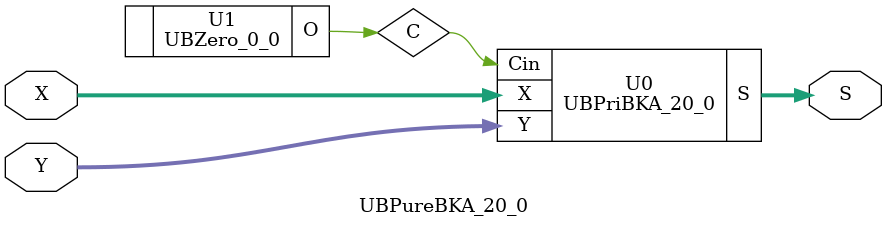
<source format=v>
/*----------------------------------------------------------------------------
  Copyright (c) 2021 Homma laboratory. All rights reserved.

  Top module: UBBKA_20_0_20_0

  Operand-1 length: 21
  Operand-2 length: 21
  Two-operand addition algorithm: Brent-Kung adder
----------------------------------------------------------------------------*/

module GPGenerator(Go, Po, A, B);
  output Go;
  output Po;
  input A;
  input B;
  assign Go = A & B;
  assign Po = A ^ B;
endmodule

module CarryOperator(Go, Po, Gi1, Pi1, Gi2, Pi2);
  output Go;
  output Po;
  input Gi1;
  input Gi2;
  input Pi1;
  input Pi2;
  assign Go = Gi1 | ( Gi2 & Pi1 );
  assign Po = Pi1 & Pi2;
endmodule

module UBPriBKA_20_0(S, X, Y, Cin);
  output [21:0] S;
  input Cin;
  input [20:0] X;
  input [20:0] Y;
  wire [20:0] G0;
  wire [20:0] G1;
  wire [20:0] G2;
  wire [20:0] G3;
  wire [20:0] G4;
  wire [20:0] G5;
  wire [20:0] G6;
  wire [20:0] G7;
  wire [20:0] G8;
  wire [20:0] P0;
  wire [20:0] P1;
  wire [20:0] P2;
  wire [20:0] P3;
  wire [20:0] P4;
  wire [20:0] P5;
  wire [20:0] P6;
  wire [20:0] P7;
  wire [20:0] P8;
  assign P1[0] = P0[0];
  assign G1[0] = G0[0];
  assign P1[2] = P0[2];
  assign G1[2] = G0[2];
  assign P1[4] = P0[4];
  assign G1[4] = G0[4];
  assign P1[6] = P0[6];
  assign G1[6] = G0[6];
  assign P1[8] = P0[8];
  assign G1[8] = G0[8];
  assign P1[10] = P0[10];
  assign G1[10] = G0[10];
  assign P1[12] = P0[12];
  assign G1[12] = G0[12];
  assign P1[14] = P0[14];
  assign G1[14] = G0[14];
  assign P1[16] = P0[16];
  assign G1[16] = G0[16];
  assign P1[18] = P0[18];
  assign G1[18] = G0[18];
  assign P1[20] = P0[20];
  assign G1[20] = G0[20];
  assign P2[0] = P1[0];
  assign G2[0] = G1[0];
  assign P2[1] = P1[1];
  assign G2[1] = G1[1];
  assign P2[2] = P1[2];
  assign G2[2] = G1[2];
  assign P2[4] = P1[4];
  assign G2[4] = G1[4];
  assign P2[5] = P1[5];
  assign G2[5] = G1[5];
  assign P2[6] = P1[6];
  assign G2[6] = G1[6];
  assign P2[8] = P1[8];
  assign G2[8] = G1[8];
  assign P2[9] = P1[9];
  assign G2[9] = G1[9];
  assign P2[10] = P1[10];
  assign G2[10] = G1[10];
  assign P2[12] = P1[12];
  assign G2[12] = G1[12];
  assign P2[13] = P1[13];
  assign G2[13] = G1[13];
  assign P2[14] = P1[14];
  assign G2[14] = G1[14];
  assign P2[16] = P1[16];
  assign G2[16] = G1[16];
  assign P2[17] = P1[17];
  assign G2[17] = G1[17];
  assign P2[18] = P1[18];
  assign G2[18] = G1[18];
  assign P2[20] = P1[20];
  assign G2[20] = G1[20];
  assign P3[0] = P2[0];
  assign G3[0] = G2[0];
  assign P3[1] = P2[1];
  assign G3[1] = G2[1];
  assign P3[2] = P2[2];
  assign G3[2] = G2[2];
  assign P3[3] = P2[3];
  assign G3[3] = G2[3];
  assign P3[4] = P2[4];
  assign G3[4] = G2[4];
  assign P3[5] = P2[5];
  assign G3[5] = G2[5];
  assign P3[6] = P2[6];
  assign G3[6] = G2[6];
  assign P3[8] = P2[8];
  assign G3[8] = G2[8];
  assign P3[9] = P2[9];
  assign G3[9] = G2[9];
  assign P3[10] = P2[10];
  assign G3[10] = G2[10];
  assign P3[11] = P2[11];
  assign G3[11] = G2[11];
  assign P3[12] = P2[12];
  assign G3[12] = G2[12];
  assign P3[13] = P2[13];
  assign G3[13] = G2[13];
  assign P3[14] = P2[14];
  assign G3[14] = G2[14];
  assign P3[16] = P2[16];
  assign G3[16] = G2[16];
  assign P3[17] = P2[17];
  assign G3[17] = G2[17];
  assign P3[18] = P2[18];
  assign G3[18] = G2[18];
  assign P3[19] = P2[19];
  assign G3[19] = G2[19];
  assign P3[20] = P2[20];
  assign G3[20] = G2[20];
  assign P4[0] = P3[0];
  assign G4[0] = G3[0];
  assign P4[1] = P3[1];
  assign G4[1] = G3[1];
  assign P4[2] = P3[2];
  assign G4[2] = G3[2];
  assign P4[3] = P3[3];
  assign G4[3] = G3[3];
  assign P4[4] = P3[4];
  assign G4[4] = G3[4];
  assign P4[5] = P3[5];
  assign G4[5] = G3[5];
  assign P4[6] = P3[6];
  assign G4[6] = G3[6];
  assign P4[7] = P3[7];
  assign G4[7] = G3[7];
  assign P4[8] = P3[8];
  assign G4[8] = G3[8];
  assign P4[9] = P3[9];
  assign G4[9] = G3[9];
  assign P4[10] = P3[10];
  assign G4[10] = G3[10];
  assign P4[11] = P3[11];
  assign G4[11] = G3[11];
  assign P4[12] = P3[12];
  assign G4[12] = G3[12];
  assign P4[13] = P3[13];
  assign G4[13] = G3[13];
  assign P4[14] = P3[14];
  assign G4[14] = G3[14];
  assign P4[16] = P3[16];
  assign G4[16] = G3[16];
  assign P4[17] = P3[17];
  assign G4[17] = G3[17];
  assign P4[18] = P3[18];
  assign G4[18] = G3[18];
  assign P4[19] = P3[19];
  assign G4[19] = G3[19];
  assign P4[20] = P3[20];
  assign G4[20] = G3[20];
  assign P5[0] = P4[0];
  assign G5[0] = G4[0];
  assign P5[1] = P4[1];
  assign G5[1] = G4[1];
  assign P5[2] = P4[2];
  assign G5[2] = G4[2];
  assign P5[3] = P4[3];
  assign G5[3] = G4[3];
  assign P5[4] = P4[4];
  assign G5[4] = G4[4];
  assign P5[5] = P4[5];
  assign G5[5] = G4[5];
  assign P5[6] = P4[6];
  assign G5[6] = G4[6];
  assign P5[7] = P4[7];
  assign G5[7] = G4[7];
  assign P5[8] = P4[8];
  assign G5[8] = G4[8];
  assign P5[9] = P4[9];
  assign G5[9] = G4[9];
  assign P5[10] = P4[10];
  assign G5[10] = G4[10];
  assign P5[11] = P4[11];
  assign G5[11] = G4[11];
  assign P5[12] = P4[12];
  assign G5[12] = G4[12];
  assign P5[13] = P4[13];
  assign G5[13] = G4[13];
  assign P5[14] = P4[14];
  assign G5[14] = G4[14];
  assign P5[15] = P4[15];
  assign G5[15] = G4[15];
  assign P5[16] = P4[16];
  assign G5[16] = G4[16];
  assign P5[17] = P4[17];
  assign G5[17] = G4[17];
  assign P5[18] = P4[18];
  assign G5[18] = G4[18];
  assign P5[19] = P4[19];
  assign G5[19] = G4[19];
  assign P5[20] = P4[20];
  assign G5[20] = G4[20];
  assign P6[0] = P5[0];
  assign G6[0] = G5[0];
  assign P6[1] = P5[1];
  assign G6[1] = G5[1];
  assign P6[2] = P5[2];
  assign G6[2] = G5[2];
  assign P6[3] = P5[3];
  assign G6[3] = G5[3];
  assign P6[4] = P5[4];
  assign G6[4] = G5[4];
  assign P6[5] = P5[5];
  assign G6[5] = G5[5];
  assign P6[6] = P5[6];
  assign G6[6] = G5[6];
  assign P6[7] = P5[7];
  assign G6[7] = G5[7];
  assign P6[8] = P5[8];
  assign G6[8] = G5[8];
  assign P6[9] = P5[9];
  assign G6[9] = G5[9];
  assign P6[10] = P5[10];
  assign G6[10] = G5[10];
  assign P6[12] = P5[12];
  assign G6[12] = G5[12];
  assign P6[13] = P5[13];
  assign G6[13] = G5[13];
  assign P6[14] = P5[14];
  assign G6[14] = G5[14];
  assign P6[15] = P5[15];
  assign G6[15] = G5[15];
  assign P6[16] = P5[16];
  assign G6[16] = G5[16];
  assign P6[17] = P5[17];
  assign G6[17] = G5[17];
  assign P6[18] = P5[18];
  assign G6[18] = G5[18];
  assign P6[20] = P5[20];
  assign G6[20] = G5[20];
  assign P7[0] = P6[0];
  assign G7[0] = G6[0];
  assign P7[1] = P6[1];
  assign G7[1] = G6[1];
  assign P7[2] = P6[2];
  assign G7[2] = G6[2];
  assign P7[3] = P6[3];
  assign G7[3] = G6[3];
  assign P7[4] = P6[4];
  assign G7[4] = G6[4];
  assign P7[6] = P6[6];
  assign G7[6] = G6[6];
  assign P7[7] = P6[7];
  assign G7[7] = G6[7];
  assign P7[8] = P6[8];
  assign G7[8] = G6[8];
  assign P7[10] = P6[10];
  assign G7[10] = G6[10];
  assign P7[11] = P6[11];
  assign G7[11] = G6[11];
  assign P7[12] = P6[12];
  assign G7[12] = G6[12];
  assign P7[14] = P6[14];
  assign G7[14] = G6[14];
  assign P7[15] = P6[15];
  assign G7[15] = G6[15];
  assign P7[16] = P6[16];
  assign G7[16] = G6[16];
  assign P7[18] = P6[18];
  assign G7[18] = G6[18];
  assign P7[19] = P6[19];
  assign G7[19] = G6[19];
  assign P7[20] = P6[20];
  assign G7[20] = G6[20];
  assign P8[0] = P7[0];
  assign G8[0] = G7[0];
  assign P8[1] = P7[1];
  assign G8[1] = G7[1];
  assign P8[3] = P7[3];
  assign G8[3] = G7[3];
  assign P8[5] = P7[5];
  assign G8[5] = G7[5];
  assign P8[7] = P7[7];
  assign G8[7] = G7[7];
  assign P8[9] = P7[9];
  assign G8[9] = G7[9];
  assign P8[11] = P7[11];
  assign G8[11] = G7[11];
  assign P8[13] = P7[13];
  assign G8[13] = G7[13];
  assign P8[15] = P7[15];
  assign G8[15] = G7[15];
  assign P8[17] = P7[17];
  assign G8[17] = G7[17];
  assign P8[19] = P7[19];
  assign G8[19] = G7[19];
  assign S[0] = Cin ^ P0[0];
  assign S[1] = ( G8[0] | ( P8[0] & Cin ) ) ^ P0[1];
  assign S[2] = ( G8[1] | ( P8[1] & Cin ) ) ^ P0[2];
  assign S[3] = ( G8[2] | ( P8[2] & Cin ) ) ^ P0[3];
  assign S[4] = ( G8[3] | ( P8[3] & Cin ) ) ^ P0[4];
  assign S[5] = ( G8[4] | ( P8[4] & Cin ) ) ^ P0[5];
  assign S[6] = ( G8[5] | ( P8[5] & Cin ) ) ^ P0[6];
  assign S[7] = ( G8[6] | ( P8[6] & Cin ) ) ^ P0[7];
  assign S[8] = ( G8[7] | ( P8[7] & Cin ) ) ^ P0[8];
  assign S[9] = ( G8[8] | ( P8[8] & Cin ) ) ^ P0[9];
  assign S[10] = ( G8[9] | ( P8[9] & Cin ) ) ^ P0[10];
  assign S[11] = ( G8[10] | ( P8[10] & Cin ) ) ^ P0[11];
  assign S[12] = ( G8[11] | ( P8[11] & Cin ) ) ^ P0[12];
  assign S[13] = ( G8[12] | ( P8[12] & Cin ) ) ^ P0[13];
  assign S[14] = ( G8[13] | ( P8[13] & Cin ) ) ^ P0[14];
  assign S[15] = ( G8[14] | ( P8[14] & Cin ) ) ^ P0[15];
  assign S[16] = ( G8[15] | ( P8[15] & Cin ) ) ^ P0[16];
  assign S[17] = ( G8[16] | ( P8[16] & Cin ) ) ^ P0[17];
  assign S[18] = ( G8[17] | ( P8[17] & Cin ) ) ^ P0[18];
  assign S[19] = ( G8[18] | ( P8[18] & Cin ) ) ^ P0[19];
  assign S[20] = ( G8[19] | ( P8[19] & Cin ) ) ^ P0[20];
  assign S[21] = G8[20] | ( P8[20] & Cin );
  GPGenerator U0 (G0[0], P0[0], X[0], Y[0]);
  GPGenerator U1 (G0[1], P0[1], X[1], Y[1]);
  GPGenerator U2 (G0[2], P0[2], X[2], Y[2]);
  GPGenerator U3 (G0[3], P0[3], X[3], Y[3]);
  GPGenerator U4 (G0[4], P0[4], X[4], Y[4]);
  GPGenerator U5 (G0[5], P0[5], X[5], Y[5]);
  GPGenerator U6 (G0[6], P0[6], X[6], Y[6]);
  GPGenerator U7 (G0[7], P0[7], X[7], Y[7]);
  GPGenerator U8 (G0[8], P0[8], X[8], Y[8]);
  GPGenerator U9 (G0[9], P0[9], X[9], Y[9]);
  GPGenerator U10 (G0[10], P0[10], X[10], Y[10]);
  GPGenerator U11 (G0[11], P0[11], X[11], Y[11]);
  GPGenerator U12 (G0[12], P0[12], X[12], Y[12]);
  GPGenerator U13 (G0[13], P0[13], X[13], Y[13]);
  GPGenerator U14 (G0[14], P0[14], X[14], Y[14]);
  GPGenerator U15 (G0[15], P0[15], X[15], Y[15]);
  GPGenerator U16 (G0[16], P0[16], X[16], Y[16]);
  GPGenerator U17 (G0[17], P0[17], X[17], Y[17]);
  GPGenerator U18 (G0[18], P0[18], X[18], Y[18]);
  GPGenerator U19 (G0[19], P0[19], X[19], Y[19]);
  GPGenerator U20 (G0[20], P0[20], X[20], Y[20]);
  CarryOperator U21 (G1[1], P1[1], G0[1], P0[1], G0[0], P0[0]);
  CarryOperator U22 (G1[3], P1[3], G0[3], P0[3], G0[2], P0[2]);
  CarryOperator U23 (G1[5], P1[5], G0[5], P0[5], G0[4], P0[4]);
  CarryOperator U24 (G1[7], P1[7], G0[7], P0[7], G0[6], P0[6]);
  CarryOperator U25 (G1[9], P1[9], G0[9], P0[9], G0[8], P0[8]);
  CarryOperator U26 (G1[11], P1[11], G0[11], P0[11], G0[10], P0[10]);
  CarryOperator U27 (G1[13], P1[13], G0[13], P0[13], G0[12], P0[12]);
  CarryOperator U28 (G1[15], P1[15], G0[15], P0[15], G0[14], P0[14]);
  CarryOperator U29 (G1[17], P1[17], G0[17], P0[17], G0[16], P0[16]);
  CarryOperator U30 (G1[19], P1[19], G0[19], P0[19], G0[18], P0[18]);
  CarryOperator U31 (G2[3], P2[3], G1[3], P1[3], G1[1], P1[1]);
  CarryOperator U32 (G2[7], P2[7], G1[7], P1[7], G1[5], P1[5]);
  CarryOperator U33 (G2[11], P2[11], G1[11], P1[11], G1[9], P1[9]);
  CarryOperator U34 (G2[15], P2[15], G1[15], P1[15], G1[13], P1[13]);
  CarryOperator U35 (G2[19], P2[19], G1[19], P1[19], G1[17], P1[17]);
  CarryOperator U36 (G3[7], P3[7], G2[7], P2[7], G2[3], P2[3]);
  CarryOperator U37 (G3[15], P3[15], G2[15], P2[15], G2[11], P2[11]);
  CarryOperator U38 (G4[15], P4[15], G3[15], P3[15], G3[7], P3[7]);
  CarryOperator U39 (G6[11], P6[11], G5[11], P5[11], G5[7], P5[7]);
  CarryOperator U40 (G6[19], P6[19], G5[19], P5[19], G5[15], P5[15]);
  CarryOperator U41 (G7[5], P7[5], G6[5], P6[5], G6[3], P6[3]);
  CarryOperator U42 (G7[9], P7[9], G6[9], P6[9], G6[7], P6[7]);
  CarryOperator U43 (G7[13], P7[13], G6[13], P6[13], G6[11], P6[11]);
  CarryOperator U44 (G7[17], P7[17], G6[17], P6[17], G6[15], P6[15]);
  CarryOperator U45 (G8[2], P8[2], G7[2], P7[2], G7[1], P7[1]);
  CarryOperator U46 (G8[4], P8[4], G7[4], P7[4], G7[3], P7[3]);
  CarryOperator U47 (G8[6], P8[6], G7[6], P7[6], G7[5], P7[5]);
  CarryOperator U48 (G8[8], P8[8], G7[8], P7[8], G7[7], P7[7]);
  CarryOperator U49 (G8[10], P8[10], G7[10], P7[10], G7[9], P7[9]);
  CarryOperator U50 (G8[12], P8[12], G7[12], P7[12], G7[11], P7[11]);
  CarryOperator U51 (G8[14], P8[14], G7[14], P7[14], G7[13], P7[13]);
  CarryOperator U52 (G8[16], P8[16], G7[16], P7[16], G7[15], P7[15]);
  CarryOperator U53 (G8[18], P8[18], G7[18], P7[18], G7[17], P7[17]);
  CarryOperator U54 (G8[20], P8[20], G7[20], P7[20], G7[19], P7[19]);
endmodule

module UBZero_0_0(O);
  output [0:0] O;
  assign O[0] = 0;
endmodule

module UBBKA_20_0_20_0 (S, X, Y);
  output [21:0] S;
  input [20:0] X;
  input [20:0] Y;
  UBPureBKA_20_0 U0 (S[21:0], X[20:0], Y[20:0]);
endmodule

module UBPureBKA_20_0 (S, X, Y);
  output [21:0] S;
  input [20:0] X;
  input [20:0] Y;
  wire C;
  UBPriBKA_20_0 U0 (S, X, Y, C);
  UBZero_0_0 U1 (C);
endmodule


</source>
